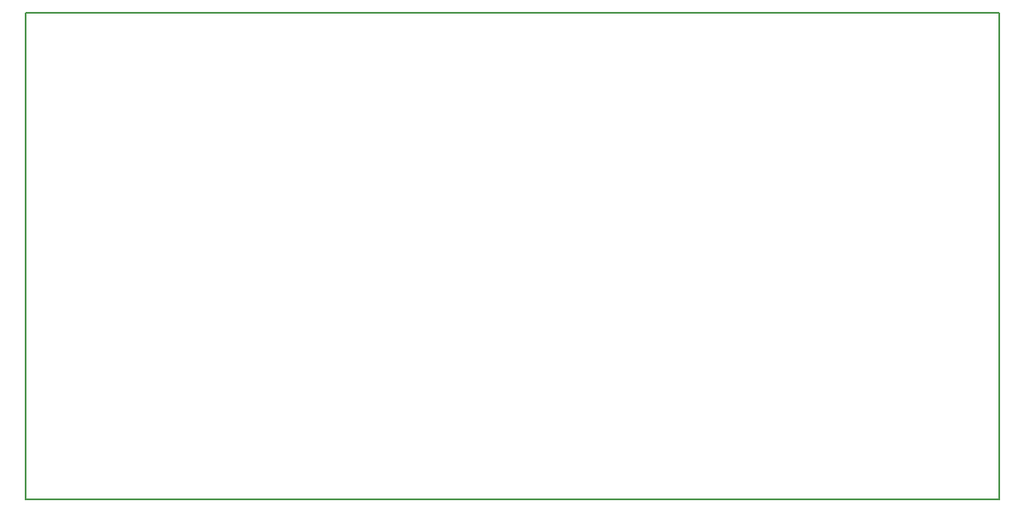
<source format=gbr>
G04 (created by PCBNEW-RS274X (2011-12-28 BZR 3254)-stable) date 9/2/2012 2:21:17 PM*
G01*
G70*
G90*
%MOIN*%
G04 Gerber Fmt 3.4, Leading zero omitted, Abs format*
%FSLAX34Y34*%
G04 APERTURE LIST*
%ADD10C,0.006000*%
%ADD11C,0.008000*%
G04 APERTURE END LIST*
G54D10*
G54D11*
X48000Y-10000D02*
X10000Y-10000D01*
X48000Y-29000D02*
X48000Y-10000D01*
X10000Y-29000D02*
X48000Y-29000D01*
X10000Y-10000D02*
X10000Y-29000D01*
M02*

</source>
